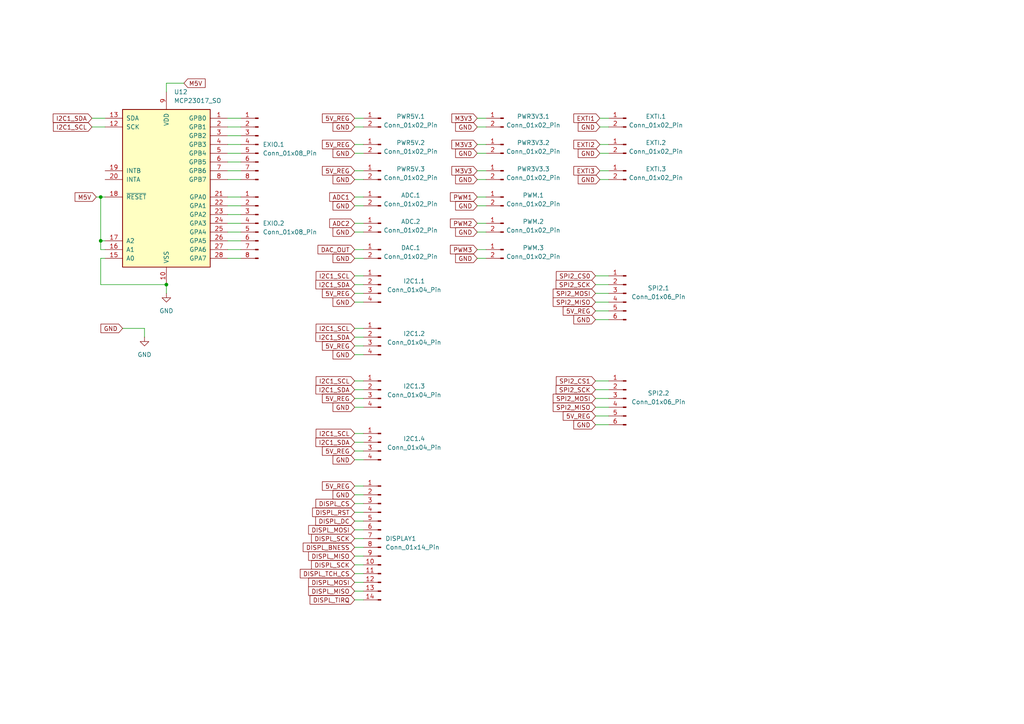
<source format=kicad_sch>
(kicad_sch (version 20231120) (generator "eeschema") (generator_version "8.0")
  (paper "A4")
  (title_block (title "MB02A1 - Connector Module") (date "2025-01-18") (rev "A1"))
  (lib_symbols
    (symbol "Connector:Conn_01x02_Pin" (pin_names (offset 1.016) hide)
      (property "Reference" "J" (at 0 2.54 0))
      (property "Value" "Conn_01x02_Pin" (at 0 -5.08 0))
      (symbol "Conn_01x02_Pin_1_1"
        (polyline (pts (xy 1.27 -2.54) (xy 0.8636 -2.54)) (stroke (width 0.1524)))
        (polyline (pts (xy 1.27 0) (xy 0.8636 0)) (stroke (width 0.1524)))
        (rectangle (start 0.8636 -2.413) (end 0 -2.667) (stroke (width 0.1524)) (fill (type outline)))
        (rectangle (start 0.8636 0.127) (end 0 -0.127) (stroke (width 0.1524)) (fill (type outline)))
        (pin passive line (at 5.08 0 180) (length 3.81) (name "Pin_1") (number "1"))
        (pin passive line (at 5.08 -2.54 180) (length 3.81) (name "Pin_2") (number "2"))
      )
    )
    (symbol "Connector:Conn_01x04_Pin" (pin_names (offset 1.016) hide)
      (property "Reference" "J" (at 0 5.08 0))
      (property "Value" "Conn_01x04_Pin" (at 0 -7.62 0))
      (symbol "Conn_01x04_Pin_1_1"
        (polyline (pts (xy 1.27 -5.08) (xy 0.8636 -5.08)) (stroke (width 0.1524)))
        (polyline (pts (xy 1.27 -2.54) (xy 0.8636 -2.54)) (stroke (width 0.1524)))
        (polyline (pts (xy 1.27 0) (xy 0.8636 0)) (stroke (width 0.1524)))
        (polyline (pts (xy 1.27 2.54) (xy 0.8636 2.54)) (stroke (width 0.1524)))
        (rectangle (start 0.8636 -4.953) (end 0 -5.207) (stroke (width 0.1524)) (fill (type outline)))
        (rectangle (start 0.8636 -2.413) (end 0 -2.667) (stroke (width 0.1524)) (fill (type outline)))
        (rectangle (start 0.8636 0.127) (end 0 -0.127) (stroke (width 0.1524)) (fill (type outline)))
        (rectangle (start 0.8636 2.667) (end 0 2.413) (stroke (width 0.1524)) (fill (type outline)))
        (pin passive line (at 5.08 2.54 180) (length 3.81) (name "Pin_1") (number "1"))
        (pin passive line (at 5.08 0 180) (length 3.81) (name "Pin_2") (number "2"))
        (pin passive line (at 5.08 -2.54 180) (length 3.81) (name "Pin_3") (number "3"))
        (pin passive line (at 5.08 -5.08 180) (length 3.81) (name "Pin_4") (number "4"))
      )
    )
    (symbol "Connector:Conn_01x06_Pin" (pin_names (offset 1.016) hide)
      (property "Reference" "J" (at 0 7.62 0))
      (property "Value" "Conn_01x06_Pin" (at 0 -10.16 0))
      (symbol "Conn_01x06_Pin_1_1"
        (polyline (pts (xy 1.27 -7.62) (xy 0.8636 -7.62)) (stroke (width 0.1524)))
        (polyline (pts (xy 1.27 -5.08) (xy 0.8636 -5.08)) (stroke (width 0.1524)))
        (polyline (pts (xy 1.27 -2.54) (xy 0.8636 -2.54)) (stroke (width 0.1524)))
        (polyline (pts (xy 1.27 0) (xy 0.8636 0)) (stroke (width 0.1524)))
        (polyline (pts (xy 1.27 2.54) (xy 0.8636 2.54)) (stroke (width 0.1524)))
        (polyline (pts (xy 1.27 5.08) (xy 0.8636 5.08)) (stroke (width 0.1524)))
        (rectangle (start 0.8636 -7.493) (end 0 -7.747) (stroke (width 0.1524)) (fill (type outline)))
        (rectangle (start 0.8636 -4.953) (end 0 -5.207) (stroke (width 0.1524)) (fill (type outline)))
        (rectangle (start 0.8636 -2.413) (end 0 -2.667) (stroke (width 0.1524)) (fill (type outline)))
        (rectangle (start 0.8636 0.127) (end 0 -0.127) (stroke (width 0.1524)) (fill (type outline)))
        (rectangle (start 0.8636 2.667) (end 0 2.413) (stroke (width 0.1524)) (fill (type outline)))
        (rectangle (start 0.8636 5.207) (end 0 4.953) (stroke (width 0.1524)) (fill (type outline)))
        (pin passive line (at 5.08 5.08 180) (length 3.81) (name "Pin_1") (number "1"))
        (pin passive line (at 5.08 2.54 180) (length 3.81) (name "Pin_2") (number "2"))
        (pin passive line (at 5.08 0 180) (length 3.81) (name "Pin_3") (number "3"))
        (pin passive line (at 5.08 -2.54 180) (length 3.81) (name "Pin_4") (number "4"))
        (pin passive line (at 5.08 -5.08 180) (length 3.81) (name "Pin_5") (number "5"))
        (pin passive line (at 5.08 -7.62 180) (length 3.81) (name "Pin_6") (number "6"))
      )
    )
    (symbol "Connector:Conn_01x08_Pin" (pin_names (offset 1.016) hide)
      (property "Reference" "J" (at 0 10.16 0))
      (property "Value" "Conn_01x08_Pin" (at 0 -12.7 0))
      (symbol "Conn_01x08_Pin_1_1"
        (polyline (pts (xy 1.27 -10.16) (xy 0.8636 -10.16)) (stroke (width 0.1524)))
        (polyline (pts (xy 1.27 -7.62) (xy 0.8636 -7.62)) (stroke (width 0.1524)))
        (polyline (pts (xy 1.27 -5.08) (xy 0.8636 -5.08)) (stroke (width 0.1524)))
        (polyline (pts (xy 1.27 -2.54) (xy 0.8636 -2.54)) (stroke (width 0.1524)))
        (polyline (pts (xy 1.27 0) (xy 0.8636 0)) (stroke (width 0.1524)))
        (polyline (pts (xy 1.27 2.54) (xy 0.8636 2.54)) (stroke (width 0.1524)))
        (polyline (pts (xy 1.27 5.08) (xy 0.8636 5.08)) (stroke (width 0.1524)))
        (polyline (pts (xy 1.27 7.62) (xy 0.8636 7.62)) (stroke (width 0.1524)))
        (rectangle (start 0.8636 -10.033) (end 0 -10.287) (stroke (width 0.1524)) (fill (type outline)))
        (rectangle (start 0.8636 -7.493) (end 0 -7.747) (stroke (width 0.1524)) (fill (type outline)))
        (rectangle (start 0.8636 -4.953) (end 0 -5.207) (stroke (width 0.1524)) (fill (type outline)))
        (rectangle (start 0.8636 -2.413) (end 0 -2.667) (stroke (width 0.1524)) (fill (type outline)))
        (rectangle (start 0.8636 0.127) (end 0 -0.127) (stroke (width 0.1524)) (fill (type outline)))
        (rectangle (start 0.8636 2.667) (end 0 2.413) (stroke (width 0.1524)) (fill (type outline)))
        (rectangle (start 0.8636 5.207) (end 0 4.953) (stroke (width 0.1524)) (fill (type outline)))
        (rectangle (start 0.8636 7.747) (end 0 7.493) (stroke (width 0.1524)) (fill (type outline)))
        (pin passive line (at 5.08 7.62 180) (length 3.81) (name "Pin_1") (number "1"))
        (pin passive line (at 5.08 5.08 180) (length 3.81) (name "Pin_2") (number "2"))
        (pin passive line (at 5.08 2.54 180) (length 3.81) (name "Pin_3") (number "3"))
        (pin passive line (at 5.08 0 180) (length 3.81) (name "Pin_4") (number "4"))
        (pin passive line (at 5.08 -2.54 180) (length 3.81) (name "Pin_5") (number "5"))
        (pin passive line (at 5.08 -5.08 180) (length 3.81) (name "Pin_6") (number "6"))
        (pin passive line (at 5.08 -7.62 180) (length 3.81) (name "Pin_7") (number "7"))
        (pin passive line (at 5.08 -10.16 180) (length 3.81) (name "Pin_8") (number "8"))
      )
    )
    (symbol "Connector:Conn_01x14_Pin" (pin_names (offset 1.016) hide)
      (property "Reference" "J" (at 0 17.78 0))
      (property "Value" "Conn_01x14_Pin" (at 0 -20.32 0))
      (symbol "Conn_01x14_Pin_1_1"
        (polyline (pts (xy 1.27 -17.78) (xy 0.8636 -17.78)) (stroke (width 0.1524)))
        (polyline (pts (xy 1.27 -15.24) (xy 0.8636 -15.24)) (stroke (width 0.1524)))
        (polyline (pts (xy 1.27 -12.7) (xy 0.8636 -12.7)) (stroke (width 0.1524)))
        (polyline (pts (xy 1.27 -10.16) (xy 0.8636 -10.16)) (stroke (width 0.1524)))
        (polyline (pts (xy 1.27 -7.62) (xy 0.8636 -7.62)) (stroke (width 0.1524)))
        (polyline (pts (xy 1.27 -5.08) (xy 0.8636 -5.08)) (stroke (width 0.1524)))
        (polyline (pts (xy 1.27 -2.54) (xy 0.8636 -2.54)) (stroke (width 0.1524)))
        (polyline (pts (xy 1.27 0) (xy 0.8636 0)) (stroke (width 0.1524)))
        (polyline (pts (xy 1.27 2.54) (xy 0.8636 2.54)) (stroke (width 0.1524)))
        (polyline (pts (xy 1.27 5.08) (xy 0.8636 5.08)) (stroke (width 0.1524)))
        (polyline (pts (xy 1.27 7.62) (xy 0.8636 7.62)) (stroke (width 0.1524)))
        (polyline (pts (xy 1.27 10.16) (xy 0.8636 10.16)) (stroke (width 0.1524)))
        (polyline (pts (xy 1.27 12.7) (xy 0.8636 12.7)) (stroke (width 0.1524)))
        (polyline (pts (xy 1.27 15.24) (xy 0.8636 15.24)) (stroke (width 0.1524)))
        (rectangle (start 0.8636 -17.653) (end 0 -17.907) (stroke (width 0.1524)) (fill (type outline)))
        (rectangle (start 0.8636 -15.113) (end 0 -15.367) (stroke (width 0.1524)) (fill (type outline)))
        (rectangle (start 0.8636 -12.573) (end 0 -12.827) (stroke (width 0.1524)) (fill (type outline)))
        (rectangle (start 0.8636 -10.033) (end 0 -10.287) (stroke (width 0.1524)) (fill (type outline)))
        (rectangle (start 0.8636 -7.493) (end 0 -7.747) (stroke (width 0.1524)) (fill (type outline)))
        (rectangle (start 0.8636 -4.953) (end 0 -5.207) (stroke (width 0.1524)) (fill (type outline)))
        (rectangle (start 0.8636 -2.413) (end 0 -2.667) (stroke (width 0.1524)) (fill (type outline)))
        (rectangle (start 0.8636 0.127) (end 0 -0.127) (stroke (width 0.1524)) (fill (type outline)))
        (rectangle (start 0.8636 2.667) (end 0 2.413) (stroke (width 0.1524)) (fill (type outline)))
        (rectangle (start 0.8636 5.207) (end 0 4.953) (stroke (width 0.1524)) (fill (type outline)))
        (rectangle (start 0.8636 7.747) (end 0 7.493) (stroke (width 0.1524)) (fill (type outline)))
        (rectangle (start 0.8636 10.287) (end 0 10.033) (stroke (width 0.1524)) (fill (type outline)))
        (rectangle (start 0.8636 12.827) (end 0 12.573) (stroke (width 0.1524)) (fill (type outline)))
        (rectangle (start 0.8636 15.367) (end 0 15.113) (stroke (width 0.1524)) (fill (type outline)))
        (pin passive line (at 5.08 15.24 180) (length 3.81) (name "Pin_1") (number "1"))
        (pin passive line (at 5.08 -7.62 180) (length 3.81) (name "Pin_10") (number "10"))
        (pin passive line (at 5.08 -10.16 180) (length 3.81) (name "Pin_11") (number "11"))
        (pin passive line (at 5.08 -12.7 180) (length 3.81) (name "Pin_12") (number "12"))
        (pin passive line (at 5.08 -15.24 180) (length 3.81) (name "Pin_13") (number "13"))
        (pin passive line (at 5.08 -17.78 180) (length 3.81) (name "Pin_14") (number "14"))
        (pin passive line (at 5.08 12.7 180) (length 3.81) (name "Pin_2") (number "2"))
        (pin passive line (at 5.08 10.16 180) (length 3.81) (name "Pin_3") (number "3"))
        (pin passive line (at 5.08 7.62 180) (length 3.81) (name "Pin_4") (number "4"))
        (pin passive line (at 5.08 5.08 180) (length 3.81) (name "Pin_5") (number "5"))
        (pin passive line (at 5.08 2.54 180) (length 3.81) (name "Pin_6") (number "6"))
        (pin passive line (at 5.08 0 180) (length 3.81) (name "Pin_7") (number "7"))
        (pin passive line (at 5.08 -2.54 180) (length 3.81) (name "Pin_8") (number "8"))
        (pin passive line (at 5.08 -5.08 180) (length 3.81) (name "Pin_9") (number "9"))
      )
    )
    (symbol "Interface_Expansion:MCP23017_SO" (pin_names (offset 1.016))
      (property "Reference" "U" (at -11.43 24.13 0))
      (property "Value" "MCP23017_SO" (at 0 0 0))
      (symbol "MCP23017_SO_0_1"
        (rectangle (start -12.7 22.86) (end 12.7 -22.86) (stroke (width 0.254)) (fill (type background)))
      )
      (symbol "MCP23017_SO_1_1"
        (pin bidirectional line (at 17.78 20.32 180) (length 5.08) (name "GPB0") (number "1"))
        (pin power_in line (at 0 -27.94 90) (length 5.08) (name "VSS") (number "10"))
        (pin no_connect line (at -12.7 15.24 0) (length 5.08) hide (name "NC") (number "11"))
        (pin input line (at -17.78 17.78 0) (length 5.08) (name "SCK") (number "12"))
        (pin bidirectional line (at -17.78 20.32 0) (length 5.08) (name "SDA") (number "13"))
        (pin no_connect line (at -12.7 12.7 0) (length 5.08) hide (name "NC") (number "14"))
        (pin input line (at -17.78 -20.32 0) (length 5.08) (name "A0") (number "15"))
        (pin input line (at -17.78 -17.78 0) (length 5.08) (name "A1") (number "16"))
        (pin input line (at -17.78 -15.24 0) (length 5.08) (name "A2") (number "17"))
        (pin input line (at -17.78 -2.54 0) (length 5.08) (name "~{RESET}") (number "18"))
        (pin tri_state line (at -17.78 5.08 0) (length 5.08) (name "INTB") (number "19"))
        (pin bidirectional line (at 17.78 17.78 180) (length 5.08) (name "GPB1") (number "2"))
        (pin tri_state line (at -17.78 2.54 0) (length 5.08) (name "INTA") (number "20"))
        (pin bidirectional line (at 17.78 -2.54 180) (length 5.08) (name "GPA0") (number "21"))
        (pin bidirectional line (at 17.78 -5.08 180) (length 5.08) (name "GPA1") (number "22"))
        (pin bidirectional line (at 17.78 -7.62 180) (length 5.08) (name "GPA2") (number "23"))
        (pin bidirectional line (at 17.78 -10.16 180) (length 5.08) (name "GPA3") (number "24"))
        (pin bidirectional line (at 17.78 -12.7 180) (length 5.08) (name "GPA4") (number "25"))
        (pin bidirectional line (at 17.78 -15.24 180) (length 5.08) (name "GPA5") (number "26"))
        (pin bidirectional line (at 17.78 -17.78 180) (length 5.08) (name "GPA6") (number "27"))
        (pin output line (at 17.78 -20.32 180) (length 5.08) (name "GPA7") (number "28"))
        (pin bidirectional line (at 17.78 15.24 180) (length 5.08) (name "GPB2") (number "3"))
        (pin bidirectional line (at 17.78 12.7 180) (length 5.08) (name "GPB3") (number "4"))
        (pin bidirectional line (at 17.78 10.16 180) (length 5.08) (name "GPB4") (number "5"))
        (pin bidirectional line (at 17.78 7.62 180) (length 5.08) (name "GPB5") (number "6"))
        (pin bidirectional line (at 17.78 5.08 180) (length 5.08) (name "GPB6") (number "7"))
        (pin output line (at 17.78 2.54 180) (length 5.08) (name "GPB7") (number "8"))
        (pin power_in line (at 0 27.94 270) (length 5.08) (name "VDD") (number "9"))
      )
    )
    (symbol "power:GND" (power) (pin_numbers hide) (pin_names (offset 0) hide)
      (property "Value" "GND" (at 0 -3.81 0))
      (symbol "GND_0_1"
        (polyline (pts (xy 0 0) (xy 0 -1.27) (xy 1.27 -1.27) (xy 0 -2.54) (xy -1.27 -1.27) (xy 0 -1.27)))
      )
      (symbol "GND_1_1"
        (pin power_in line (at 0 0 270) (length 0) (name "~") (number "1"))
      )
    )
  )
  (junction (at 29.21 69.85))
  (junction (at 29.21 57.15))
  (junction (at 48.26 82.55))
  (wire (pts (xy 102.87 74.93) (xy 105.41 74.93)))
  (wire (pts (xy 29.21 57.15) (xy 30.48 57.15)))
  (wire (pts (xy 66.04 69.85) (xy 69.85 69.85)))
  (wire (pts (xy 66.04 41.91) (xy 69.85 41.91)))
  (wire (pts (xy 66.04 39.37) (xy 69.85 39.37)))
  (wire (pts (xy 172.72 113.03) (xy 176.53 113.03)))
  (wire (pts (xy 66.04 52.07) (xy 69.85 52.07)))
  (wire (pts (xy 66.04 44.45) (xy 69.85 44.45)))
  (wire (pts (xy 102.87 156.21) (xy 105.41 156.21)))
  (wire (pts (xy 102.87 146.05) (xy 105.41 146.05)))
  (wire (pts (xy 138.43 44.45) (xy 140.97 44.45)))
  (wire (pts (xy 138.43 72.39) (xy 140.97 72.39)))
  (wire (pts (xy 26.67 34.29) (xy 30.48 34.29)))
  (wire (pts (xy 30.48 69.85) (xy 29.21 69.85)))
  (wire (pts (xy 66.04 72.39) (xy 69.85 72.39)))
  (wire (pts (xy 172.72 80.01) (xy 176.53 80.01)))
  (wire (pts (xy 102.87 148.59) (xy 105.41 148.59)))
  (wire (pts (xy 66.04 46.99) (xy 69.85 46.99)))
  (wire (pts (xy 173.99 44.45) (xy 176.53 44.45)))
  (wire (pts (xy 102.87 168.91) (xy 105.41 168.91)))
  (wire (pts (xy 66.04 62.23) (xy 69.85 62.23)))
  (wire (pts (xy 102.87 161.29) (xy 105.41 161.29)))
  (wire (pts (xy 102.87 130.81) (xy 105.41 130.81)))
  (wire (pts (xy 173.99 41.91) (xy 176.53 41.91)))
  (wire (pts (xy 66.04 59.69) (xy 69.85 59.69)))
  (wire (pts (xy 138.43 41.91) (xy 140.97 41.91)))
  (wire (pts (xy 41.91 95.25) (xy 35.56 95.25)))
  (wire (pts (xy 30.48 72.39) (xy 29.21 72.39)))
  (wire (pts (xy 102.87 80.01) (xy 105.41 80.01)))
  (wire (pts (xy 66.04 57.15) (xy 69.85 57.15)))
  (wire (pts (xy 102.87 44.45) (xy 105.41 44.45)))
  (wire (pts (xy 66.04 64.77) (xy 69.85 64.77)))
  (wire (pts (xy 102.87 49.53) (xy 105.41 49.53)))
  (wire (pts (xy 102.87 100.33) (xy 105.41 100.33)))
  (wire (pts (xy 102.87 166.37) (xy 105.41 166.37)))
  (wire (pts (xy 102.87 158.75) (xy 105.41 158.75)))
  (wire (pts (xy 102.87 115.57) (xy 105.41 115.57)))
  (wire (pts (xy 173.99 52.07) (xy 176.53 52.07)))
  (wire (pts (xy 102.87 143.51) (xy 105.41 143.51)))
  (wire (pts (xy 102.87 64.77) (xy 105.41 64.77)))
  (wire (pts (xy 138.43 49.53) (xy 140.97 49.53)))
  (wire (pts (xy 172.72 123.19) (xy 176.53 123.19)))
  (wire (pts (xy 102.87 113.03) (xy 105.41 113.03)))
  (wire (pts (xy 48.26 24.13) (xy 48.26 26.67)))
  (wire (pts (xy 173.99 36.83) (xy 176.53 36.83)))
  (wire (pts (xy 102.87 110.49) (xy 105.41 110.49)))
  (wire (pts (xy 172.72 90.17) (xy 176.53 90.17)))
  (wire (pts (xy 102.87 87.63) (xy 105.41 87.63)))
  (wire (pts (xy 138.43 59.69) (xy 140.97 59.69)))
  (wire (pts (xy 173.99 34.29) (xy 176.53 34.29)))
  (wire (pts (xy 173.99 49.53) (xy 176.53 49.53)))
  (wire (pts (xy 41.91 97.79) (xy 41.91 95.25)))
  (wire (pts (xy 172.72 120.65) (xy 176.53 120.65)))
  (wire (pts (xy 138.43 74.93) (xy 140.97 74.93)))
  (wire (pts (xy 29.21 72.39) (xy 29.21 69.85)))
  (wire (pts (xy 102.87 67.31) (xy 105.41 67.31)))
  (wire (pts (xy 172.72 115.57) (xy 176.53 115.57)))
  (wire (pts (xy 102.87 171.45) (xy 105.41 171.45)))
  (wire (pts (xy 66.04 74.93) (xy 69.85 74.93)))
  (wire (pts (xy 102.87 97.79) (xy 105.41 97.79)))
  (wire (pts (xy 172.72 87.63) (xy 176.53 87.63)))
  (wire (pts (xy 66.04 34.29) (xy 69.85 34.29)))
  (wire (pts (xy 172.72 82.55) (xy 176.53 82.55)))
  (wire (pts (xy 102.87 125.73) (xy 105.41 125.73)))
  (wire (pts (xy 172.72 85.09) (xy 176.53 85.09)))
  (wire (pts (xy 172.72 110.49) (xy 176.53 110.49)))
  (wire (pts (xy 138.43 64.77) (xy 140.97 64.77)))
  (wire (pts (xy 138.43 67.31) (xy 140.97 67.31)))
  (wire (pts (xy 138.43 57.15) (xy 140.97 57.15)))
  (wire (pts (xy 138.43 36.83) (xy 140.97 36.83)))
  (wire (pts (xy 66.04 36.83) (xy 69.85 36.83)))
  (wire (pts (xy 102.87 128.27) (xy 105.41 128.27)))
  (wire (pts (xy 27.94 57.15) (xy 29.21 57.15)))
  (wire (pts (xy 29.21 74.93) (xy 29.21 82.55)))
  (wire (pts (xy 102.87 52.07) (xy 105.41 52.07)))
  (wire (pts (xy 102.87 133.35) (xy 105.41 133.35)))
  (wire (pts (xy 102.87 102.87) (xy 105.41 102.87)))
  (wire (pts (xy 102.87 140.97) (xy 105.41 140.97)))
  (wire (pts (xy 26.67 36.83) (xy 30.48 36.83)))
  (wire (pts (xy 102.87 72.39) (xy 105.41 72.39)))
  (wire (pts (xy 102.87 95.25) (xy 105.41 95.25)))
  (wire (pts (xy 172.72 92.71) (xy 176.53 92.71)))
  (wire (pts (xy 102.87 153.67) (xy 105.41 153.67)))
  (wire (pts (xy 30.48 74.93) (xy 29.21 74.93)))
  (wire (pts (xy 102.87 36.83) (xy 105.41 36.83)))
  (wire (pts (xy 102.87 151.13) (xy 105.41 151.13)))
  (wire (pts (xy 29.21 82.55) (xy 48.26 82.55)))
  (wire (pts (xy 102.87 59.69) (xy 105.41 59.69)))
  (wire (pts (xy 102.87 57.15) (xy 105.41 57.15)))
  (wire (pts (xy 172.72 118.11) (xy 176.53 118.11)))
  (wire (pts (xy 102.87 118.11) (xy 105.41 118.11)))
  (wire (pts (xy 102.87 85.09) (xy 105.41 85.09)))
  (wire (pts (xy 66.04 49.53) (xy 69.85 49.53)))
  (wire (pts (xy 138.43 34.29) (xy 140.97 34.29)))
  (wire (pts (xy 66.04 67.31) (xy 69.85 67.31)))
  (wire (pts (xy 138.43 52.07) (xy 140.97 52.07)))
  (wire (pts (xy 29.21 57.15) (xy 29.21 69.85)))
  (wire (pts (xy 102.87 173.99) (xy 105.41 173.99)))
  (wire (pts (xy 48.26 82.55) (xy 48.26 85.09)))
  (wire (pts (xy 102.87 82.55) (xy 105.41 82.55)))
  (wire (pts (xy 102.87 163.83) (xy 105.41 163.83)))
  (wire (pts (xy 102.87 34.29) (xy 105.41 34.29)))
  (wire (pts (xy 53.34 24.13) (xy 48.26 24.13)))
  (wire (pts (xy 102.87 41.91) (xy 105.41 41.91)))
  (global_label "GND" (shape input) (at 173.99 52.07 180) (property "Intersheetrefs" "${INTERSHEET_REFS}" (effects (hide yes))))
  (global_label "DISPL_RST" (shape input) (at 102.87 148.59 180) (property "Intersheetrefs" "${INTERSHEET_REFS}" (effects (hide yes))))
  (global_label "DISPL_SCK" (shape input) (at 102.87 163.83 180) (property "Intersheetrefs" "${INTERSHEET_REFS}" (effects (hide yes))))
  (global_label "DISPL_TCH_CS" (shape input) (at 102.87 166.37 180) (property "Intersheetrefs" "${INTERSHEET_REFS}" (effects (hide yes))))
  (global_label "GND" (shape input) (at 138.43 52.07 180) (property "Intersheetrefs" "${INTERSHEET_REFS}" (effects (hide yes))))
  (global_label "5V_REG" (shape input) (at 102.87 34.29 180) (property "Intersheetrefs" "${INTERSHEET_REFS}" (effects (hide yes))))
  (global_label "GND" (shape input) (at 102.87 133.35 180) (property "Intersheetrefs" "${INTERSHEET_REFS}" (effects (hide yes))))
  (global_label "5V_REG" (shape input) (at 102.87 140.97 180) (property "Intersheetrefs" "${INTERSHEET_REFS}" (effects (hide yes))))
  (global_label "5V_REG" (shape input) (at 102.87 49.53 180) (property "Intersheetrefs" "${INTERSHEET_REFS}" (effects (hide yes))))
  (global_label "5V_REG" (shape input) (at 102.87 130.81 180) (property "Intersheetrefs" "${INTERSHEET_REFS}" (effects (hide yes))))
  (global_label "PWM1" (shape input) (at 138.43 57.15 180) (property "Intersheetrefs" "${INTERSHEET_REFS}" (effects (hide yes))))
  (global_label "I2C1_SCL" (shape input) (at 102.87 110.49 180) (property "Intersheetrefs" "${INTERSHEET_REFS}" (effects (hide yes))))
  (global_label "M3V3" (shape input) (at 138.43 49.53 180) (property "Intersheetrefs" "${INTERSHEET_REFS}" (effects (hide yes))))
  (global_label "SPI2_CS1" (shape input) (at 172.72 110.49 180) (property "Intersheetrefs" "${INTERSHEET_REFS}" (effects (hide yes))))
  (global_label "GND" (shape input) (at 102.87 102.87 180) (property "Intersheetrefs" "${INTERSHEET_REFS}" (effects (hide yes))))
  (global_label "GND" (shape input) (at 138.43 36.83 180) (property "Intersheetrefs" "${INTERSHEET_REFS}" (effects (hide yes))))
  (global_label "DISPL_DC" (shape input) (at 102.87 151.13 180) (property "Intersheetrefs" "${INTERSHEET_REFS}" (effects (hide yes))))
  (global_label "EXTI2" (shape input) (at 173.99 41.91 180) (property "Intersheetrefs" "${INTERSHEET_REFS}" (effects (hide yes))))
  (global_label "5V_REG" (shape input) (at 172.72 90.17 180) (property "Intersheetrefs" "${INTERSHEET_REFS}" (effects (hide yes))))
  (global_label "PWM3" (shape input) (at 138.43 72.39 180) (property "Intersheetrefs" "${INTERSHEET_REFS}" (effects (hide yes))))
  (global_label "I2C1_SCL" (shape input) (at 102.87 125.73 180) (property "Intersheetrefs" "${INTERSHEET_REFS}" (effects (hide yes))))
  (global_label "DISPL_CS" (shape input) (at 102.87 146.05 180) (property "Intersheetrefs" "${INTERSHEET_REFS}" (effects (hide yes))))
  (global_label "ADC2" (shape input) (at 102.87 64.77 180) (property "Intersheetrefs" "${INTERSHEET_REFS}" (effects (hide yes))))
  (global_label "GND" (shape input) (at 35.56 95.25 180) (property "Intersheetrefs" "${INTERSHEET_REFS}" (effects (hide yes))))
  (global_label "M5V" (shape input) (at 53.34 24.13 0) (property "Intersheetrefs" "${INTERSHEET_REFS}" (effects (hide yes))))
  (global_label "GND" (shape input) (at 172.72 92.71 180) (property "Intersheetrefs" "${INTERSHEET_REFS}" (effects (hide yes))))
  (global_label "DISPL_MOSI" (shape input) (at 102.87 153.67 180) (property "Intersheetrefs" "${INTERSHEET_REFS}" (effects (hide yes))))
  (global_label "M3V3" (shape input) (at 138.43 34.29 180) (property "Intersheetrefs" "${INTERSHEET_REFS}" (effects (hide yes))))
  (global_label "GND" (shape input) (at 102.87 44.45 180) (property "Intersheetrefs" "${INTERSHEET_REFS}" (effects (hide yes))))
  (global_label "DISPL_SCK" (shape input) (at 102.87 156.21 180) (property "Intersheetrefs" "${INTERSHEET_REFS}" (effects (hide yes))))
  (global_label "SPI2_MISO" (shape input) (at 172.72 118.11 180) (property "Intersheetrefs" "${INTERSHEET_REFS}" (effects (hide yes))))
  (global_label "SPI2_CS0" (shape input) (at 172.72 80.01 180) (property "Intersheetrefs" "${INTERSHEET_REFS}" (effects (hide yes))))
  (global_label "DISPL_BNESS" (shape input) (at 102.87 158.75 180) (property "Intersheetrefs" "${INTERSHEET_REFS}" (effects (hide yes))))
  (global_label "SPI2_MOSI" (shape input) (at 172.72 85.09 180) (property "Intersheetrefs" "${INTERSHEET_REFS}" (effects (hide yes))))
  (global_label "I2C1_SDA" (shape input) (at 102.87 113.03 180) (property "Intersheetrefs" "${INTERSHEET_REFS}" (effects (hide yes))))
  (global_label "5V_REG" (shape input) (at 102.87 115.57 180) (property "Intersheetrefs" "${INTERSHEET_REFS}" (effects (hide yes))))
  (global_label "GND" (shape input) (at 138.43 74.93 180) (property "Intersheetrefs" "${INTERSHEET_REFS}" (effects (hide yes))))
  (global_label "GND" (shape input) (at 173.99 44.45 180) (property "Intersheetrefs" "${INTERSHEET_REFS}" (effects (hide yes))))
  (global_label "SPI2_MOSI" (shape input) (at 172.72 115.57 180) (property "Intersheetrefs" "${INTERSHEET_REFS}" (effects (hide yes))))
  (global_label "5V_REG" (shape input) (at 102.87 41.91 180) (property "Intersheetrefs" "${INTERSHEET_REFS}" (effects (hide yes))))
  (global_label "5V_REG" (shape input) (at 172.72 120.65 180) (property "Intersheetrefs" "${INTERSHEET_REFS}" (effects (hide yes))))
  (global_label "DISPL_MISO" (shape input) (at 102.87 171.45 180) (property "Intersheetrefs" "${INTERSHEET_REFS}" (effects (hide yes))))
  (global_label "EXTI3" (shape input) (at 173.99 49.53 180) (property "Intersheetrefs" "${INTERSHEET_REFS}" (effects (hide yes))))
  (global_label "M3V3" (shape input) (at 138.43 41.91 180) (property "Intersheetrefs" "${INTERSHEET_REFS}" (effects (hide yes))))
  (global_label "GND" (shape input) (at 138.43 67.31 180) (property "Intersheetrefs" "${INTERSHEET_REFS}" (effects (hide yes))))
  (global_label "I2C1_SDA" (shape input) (at 26.67 34.29 180) (property "Intersheetrefs" "${INTERSHEET_REFS}" (effects (hide yes))))
  (global_label "GND" (shape input) (at 102.87 59.69 180) (property "Intersheetrefs" "${INTERSHEET_REFS}" (effects (hide yes))))
  (global_label "DISPL_MOSI" (shape input) (at 102.87 168.91 180) (property "Intersheetrefs" "${INTERSHEET_REFS}" (effects (hide yes))))
  (global_label "GND" (shape input) (at 102.87 118.11 180) (property "Intersheetrefs" "${INTERSHEET_REFS}" (effects (hide yes))))
  (global_label "GND" (shape input) (at 102.87 87.63 180) (property "Intersheetrefs" "${INTERSHEET_REFS}" (effects (hide yes))))
  (global_label "GND" (shape input) (at 102.87 74.93 180) (property "Intersheetrefs" "${INTERSHEET_REFS}" (effects (hide yes))))
  (global_label "DISPL_MISO" (shape input) (at 102.87 161.29 180) (property "Intersheetrefs" "${INTERSHEET_REFS}" (effects (hide yes))))
  (global_label "GND" (shape input) (at 138.43 59.69 180) (property "Intersheetrefs" "${INTERSHEET_REFS}" (effects (hide yes))))
  (global_label "I2C1_SDA" (shape input) (at 102.87 82.55 180) (property "Intersheetrefs" "${INTERSHEET_REFS}" (effects (hide yes))))
  (global_label "GND" (shape input) (at 102.87 36.83 180) (property "Intersheetrefs" "${INTERSHEET_REFS}" (effects (hide yes))))
  (global_label "I2C1_SCL" (shape input) (at 102.87 80.01 180) (property "Intersheetrefs" "${INTERSHEET_REFS}" (effects (hide yes))))
  (global_label "GND" (shape input) (at 173.99 36.83 180) (property "Intersheetrefs" "${INTERSHEET_REFS}" (effects (hide yes))))
  (global_label "GND" (shape input) (at 102.87 52.07 180) (property "Intersheetrefs" "${INTERSHEET_REFS}" (effects (hide yes))))
  (global_label "I2C1_SDA" (shape input) (at 102.87 97.79 180) (property "Intersheetrefs" "${INTERSHEET_REFS}" (effects (hide yes))))
  (global_label "M5V" (shape input) (at 27.94 57.15 180) (property "Intersheetrefs" "${INTERSHEET_REFS}" (effects (hide yes))))
  (global_label "DAC_OUT" (shape input) (at 102.87 72.39 180) (property "Intersheetrefs" "${INTERSHEET_REFS}" (effects (hide yes))))
  (global_label "I2C1_SCL" (shape input) (at 26.67 36.83 180) (property "Intersheetrefs" "${INTERSHEET_REFS}" (effects (hide yes))))
  (global_label "I2C1_SCL" (shape input) (at 102.87 95.25 180) (property "Intersheetrefs" "${INTERSHEET_REFS}" (effects (hide yes))))
  (global_label "GND" (shape input) (at 172.72 123.19 180) (property "Intersheetrefs" "${INTERSHEET_REFS}" (effects (hide yes))))
  (global_label "5V_REG" (shape input) (at 102.87 85.09 180) (property "Intersheetrefs" "${INTERSHEET_REFS}" (effects (hide yes))))
  (global_label "DISPL_TIRQ" (shape input) (at 102.87 173.99 180) (property "Intersheetrefs" "${INTERSHEET_REFS}" (effects (hide yes))))
  (global_label "GND" (shape input) (at 102.87 143.51 180) (property "Intersheetrefs" "${INTERSHEET_REFS}" (effects (hide yes))))
  (global_label "SPI2_SCK" (shape input) (at 172.72 82.55 180) (property "Intersheetrefs" "${INTERSHEET_REFS}" (effects (hide yes))))
  (global_label "ADC1" (shape input) (at 102.87 57.15 180) (property "Intersheetrefs" "${INTERSHEET_REFS}" (effects (hide yes))))
  (global_label "PWM2" (shape input) (at 138.43 64.77 180) (property "Intersheetrefs" "${INTERSHEET_REFS}" (effects (hide yes))))
  (global_label "5V_REG" (shape input) (at 102.87 100.33 180) (property "Intersheetrefs" "${INTERSHEET_REFS}" (effects (hide yes))))
  (global_label "I2C1_SDA" (shape input) (at 102.87 128.27 180) (property "Intersheetrefs" "${INTERSHEET_REFS}" (effects (hide yes))))
  (global_label "SPI2_SCK" (shape input) (at 172.72 113.03 180) (property "Intersheetrefs" "${INTERSHEET_REFS}" (effects (hide yes))))
  (global_label "SPI2_MISO" (shape input) (at 172.72 87.63 180) (property "Intersheetrefs" "${INTERSHEET_REFS}" (effects (hide yes))))
  (global_label "GND" (shape input) (at 102.87 67.31 180) (property "Intersheetrefs" "${INTERSHEET_REFS}" (effects (hide yes))))
  (global_label "GND" (shape input) (at 138.43 44.45 180) (property "Intersheetrefs" "${INTERSHEET_REFS}" (effects (hide yes))))
  (global_label "EXTI1" (shape input) (at 173.99 34.29 180) (property "Intersheetrefs" "${INTERSHEET_REFS}" (effects (hide yes))))
  (symbol (lib_id "Connector:Conn_01x02_Pin") (at 110.49 57.15 0) (mirror y) (unit 1)
    (property "Reference" "ADC.1" (at 119.126 56.642 0))
    (property "Value" "Conn_01x02_Pin" (at 119.126 59.182 0))
    (property "Footprint" "Connector_PinHeader_2.54mm:PinHeader_1x02_P2.54mm_Vertical" (effects (hide yes)))
    (property "Description" "Generic connector, single row, 01x02, script generated" (effects (hide yes)))
  )
  (symbol (lib_id "Connector:Conn_01x02_Pin") (at 181.61 49.53 0) (mirror y) (unit 1)
    (property "Reference" "EXTI.3" (at 190.246 49.022 0))
    (property "Value" "Conn_01x02_Pin" (at 190.246 51.562 0))
    (property "Footprint" "Connector_PinHeader_2.54mm:PinHeader_1x02_P2.54mm_Vertical" (effects (hide yes)))
    (property "Description" "Generic connector, single row, 01x02, script generated" (effects (hide yes)))
  )
  (symbol (lib_id "Connector:Conn_01x02_Pin") (at 146.05 41.91 0) (mirror y) (unit 1)
    (property "Reference" "PWR3V3.2" (at 154.686 41.402 0))
    (property "Value" "Conn_01x02_Pin" (at 154.686 43.942 0))
    (property "Footprint" "Connector_PinHeader_2.54mm:PinHeader_1x02_P2.54mm_Vertical" (effects (hide yes)))
    (property "Description" "Generic connector, single row, 01x02, script generated" (effects (hide yes)))
  )
  (symbol (lib_id "Connector:Conn_01x06_Pin") (at 181.61 85.09 0) (mirror y) (unit 1)
    (property "Reference" "SPI2.1" (at 191.008 83.566 0))
    (property "Value" "Conn_01x06_Pin" (at 191.008 86.106 0))
    (property "Footprint" "Connector_PinHeader_2.54mm:PinHeader_1x06_P2.54mm_Vertical" (effects (hide yes)))
    (property "Description" "Generic connector, single row, 01x06, script generated" (effects (hide yes)))
  )
  (symbol (lib_id "Connector:Conn_01x04_Pin") (at 110.49 113.03 0) (mirror y) (unit 1)
    (property "Reference" "I2C1.3" (at 120.142 112.014 0))
    (property "Value" "Conn_01x04_Pin" (at 120.142 114.554 0))
    (property "Footprint" "Connector_PinHeader_2.54mm:PinHeader_1x04_P2.54mm_Vertical" (effects (hide yes)))
    (property "Description" "Generic connector, single row, 01x04, script generated" (effects (hide yes)))
  )
  (symbol (lib_id "Connector:Conn_01x02_Pin") (at 146.05 34.29 0) (mirror y) (unit 1)
    (property "Reference" "PWR3V3.1" (at 154.686 33.782 0))
    (property "Value" "Conn_01x02_Pin" (at 154.686 36.322 0))
    (property "Footprint" "Connector_PinHeader_2.54mm:PinHeader_1x02_P2.54mm_Vertical" (effects (hide yes)))
    (property "Description" "Generic connector, single row, 01x02, script generated" (effects (hide yes)))
  )
  (symbol (lib_id "Connector:Conn_01x14_Pin") (at 110.49 156.21 0) (mirror y) (unit 1)
    (property "Reference" "DISPLAY1" (at 111.76 156.2099 0) (effects (justify right)))
    (property "Value" "Conn_01x14_Pin" (at 111.76 158.7499 0) (effects (justify right)))
    (property "Footprint" "Connector_PinHeader_2.54mm:PinHeader_1x14_P2.54mm_Vertical" (effects (hide yes)))
    (property "Description" "Generic connector, single row, 01x14, script generated" (effects (hide yes)))
  )
  (symbol (lib_id "Connector:Conn_01x06_Pin") (at 181.61 115.57 0) (mirror y) (unit 1)
    (property "Reference" "SPI2.2" (at 191.008 114.046 0))
    (property "Value" "Conn_01x06_Pin" (at 191.008 116.586 0))
    (property "Footprint" "Connector_PinHeader_2.54mm:PinHeader_1x06_P2.54mm_Vertical" (effects (hide yes)))
    (property "Description" "Generic connector, single row, 01x06, script generated" (effects (hide yes)))
  )
  (symbol (lib_id "Connector:Conn_01x08_Pin") (at 74.93 64.77 0) (mirror y) (unit 1)
    (property "Reference" "EXIO.2" (at 76.2 64.7699 0) (effects (justify right)))
    (property "Value" "Conn_01x08_Pin" (at 76.2 67.3099 0) (effects (justify right)))
    (property "Footprint" "Connector_PinHeader_2.54mm:PinHeader_1x08_P2.54mm_Vertical" (effects (hide yes)))
    (property "Description" "Generic connector, single row, 01x08, script generated" (effects (hide yes)))
  )
  (symbol (lib_id "Connector:Conn_01x02_Pin") (at 146.05 64.77 0) (mirror y) (unit 1)
    (property "Reference" "PWM.2" (at 154.686 64.262 0))
    (property "Value" "Conn_01x02_Pin" (at 154.686 66.802 0))
    (property "Footprint" "Connector_PinHeader_2.54mm:PinHeader_1x02_P2.54mm_Vertical" (effects (hide yes)))
    (property "Description" "Generic connector, single row, 01x02, script generated" (effects (hide yes)))
  )
  (symbol (lib_id "Interface_Expansion:MCP23017_SO") (at 48.26 54.61 0) (unit 1)
    (property "Reference" "U12" (at 50.4541 26.67 0) (effects (justify left)))
    (property "Value" "MCP23017_SO" (at 50.4541 29.21 0) (effects (justify left)))
    (property "Footprint" "Package_SO:SOIC-28W_7.5x17.9mm_P1.27mm" (effects (hide yes)))
    (property "Datasheet" "https://ww1.microchip.com/downloads/aemDocuments/documents/APID/ProductDocuments/DataSheets/MCP23017-Data-Sheet-DS20001952.pdf" (effects (hide yes)))
    (property "Description" "16-bit I/O expander, I2C, interrupts, w pull-ups, GPA/B7 output only (https://microchip.my.site.com/s/article/GPA7---GPB7-Cannot-Be-Used-as-Inputs-In-MCP23017),  SOIC-28" (effects (hide yes)))
  )
  (symbol (lib_id "Connector:Conn_01x02_Pin") (at 146.05 49.53 0) (mirror y) (unit 1)
    (property "Reference" "PWR3V3.3" (at 154.686 49.022 0))
    (property "Value" "Conn_01x02_Pin" (at 154.686 51.562 0))
    (property "Footprint" "Connector_PinHeader_2.54mm:PinHeader_1x02_P2.54mm_Vertical" (effects (hide yes)))
    (property "Description" "Generic connector, single row, 01x02, script generated" (effects (hide yes)))
  )
  (symbol (lib_id "Connector:Conn_01x02_Pin") (at 181.61 34.29 0) (mirror y) (unit 1)
    (property "Reference" "EXTI.1" (at 190.246 33.782 0))
    (property "Value" "Conn_01x02_Pin" (at 190.246 36.322 0))
    (property "Footprint" "Connector_PinHeader_2.54mm:PinHeader_1x02_P2.54mm_Vertical" (effects (hide yes)))
    (property "Description" "Generic connector, single row, 01x02, script generated" (effects (hide yes)))
  )
  (symbol (lib_id "power:GND") (at 41.91 97.79 0) (unit 1)
    (property "Reference" "#PWR035" (effects (hide yes)))
    (property "Value" "GND" (at 41.91 102.87 0))
    (property "Description" "Power symbol creates a global label with name \"GND\" , ground" (effects (hide yes)))
  )
  (symbol (lib_id "Connector:Conn_01x02_Pin") (at 146.05 72.39 0) (mirror y) (unit 1)
    (property "Reference" "PWM.3" (at 154.686 71.882 0))
    (property "Value" "Conn_01x02_Pin" (at 154.686 74.422 0))
    (property "Footprint" "Connector_PinHeader_2.54mm:PinHeader_1x02_P2.54mm_Vertical" (effects (hide yes)))
    (property "Description" "Generic connector, single row, 01x02, script generated" (effects (hide yes)))
  )
  (symbol (lib_id "Connector:Conn_01x02_Pin") (at 110.49 64.77 0) (mirror y) (unit 1)
    (property "Reference" "ADC.2" (at 119.126 64.262 0))
    (property "Value" "Conn_01x02_Pin" (at 119.126 66.802 0))
    (property "Footprint" "Connector_PinHeader_2.54mm:PinHeader_1x02_P2.54mm_Vertical" (effects (hide yes)))
    (property "Description" "Generic connector, single row, 01x02, script generated" (effects (hide yes)))
  )
  (symbol (lib_id "Connector:Conn_01x04_Pin") (at 110.49 82.55 0) (mirror y) (unit 1)
    (property "Reference" "I2C1.1" (at 120.142 81.534 0))
    (property "Value" "Conn_01x04_Pin" (at 120.142 84.074 0))
    (property "Footprint" "Connector_PinHeader_2.54mm:PinHeader_1x04_P2.54mm_Vertical" (effects (hide yes)))
    (property "Description" "Generic connector, single row, 01x04, script generated" (effects (hide yes)))
  )
  (symbol (lib_id "Connector:Conn_01x02_Pin") (at 110.49 34.29 0) (mirror y) (unit 1)
    (property "Reference" "PWR5V.1" (at 119.126 33.782 0))
    (property "Value" "Conn_01x02_Pin" (at 119.126 36.322 0))
    (property "Footprint" "Connector_PinHeader_2.54mm:PinHeader_1x02_P2.54mm_Vertical" (effects (hide yes)))
    (property "Description" "Generic connector, single row, 01x02, script generated" (effects (hide yes)))
  )
  (symbol (lib_id "Connector:Conn_01x02_Pin") (at 146.05 57.15 0) (mirror y) (unit 1)
    (property "Reference" "PWM.1" (at 154.686 56.642 0))
    (property "Value" "Conn_01x02_Pin" (at 154.686 59.182 0))
    (property "Footprint" "Connector_PinHeader_2.54mm:PinHeader_1x02_P2.54mm_Vertical" (effects (hide yes)))
    (property "Description" "Generic connector, single row, 01x02, script generated" (effects (hide yes)))
  )
  (symbol (lib_id "Connector:Conn_01x08_Pin") (at 74.93 41.91 0) (mirror y) (unit 1)
    (property "Reference" "EXIO.1" (at 76.2 41.9099 0) (effects (justify right)))
    (property "Value" "Conn_01x08_Pin" (at 76.2 44.4499 0) (effects (justify right)))
    (property "Footprint" "Connector_PinHeader_2.54mm:PinHeader_1x08_P2.54mm_Vertical" (effects (hide yes)))
    (property "Description" "Generic connector, single row, 01x08, script generated" (effects (hide yes)))
  )
  (symbol (lib_id "Connector:Conn_01x02_Pin") (at 110.49 41.91 0) (mirror y) (unit 1)
    (property "Reference" "PWR5V.2" (at 119.126 41.402 0))
    (property "Value" "Conn_01x02_Pin" (at 119.126 43.942 0))
    (property "Footprint" "Connector_PinHeader_2.54mm:PinHeader_1x02_P2.54mm_Vertical" (effects (hide yes)))
    (property "Description" "Generic connector, single row, 01x02, script generated" (effects (hide yes)))
  )
  (symbol (lib_id "Connector:Conn_01x04_Pin") (at 110.49 128.27 0) (mirror y) (unit 1)
    (property "Reference" "I2C1.4" (at 120.142 127.254 0))
    (property "Value" "Conn_01x04_Pin" (at 120.142 129.794 0))
    (property "Footprint" "Connector_PinHeader_2.54mm:PinHeader_1x04_P2.54mm_Vertical" (effects (hide yes)))
    (property "Description" "Generic connector, single row, 01x04, script generated" (effects (hide yes)))
  )
  (symbol (lib_id "Connector:Conn_01x02_Pin") (at 110.49 72.39 0) (mirror y) (unit 1)
    (property "Reference" "DAC.1" (at 119.126 71.882 0))
    (property "Value" "Conn_01x02_Pin" (at 119.126 74.422 0))
    (property "Footprint" "Connector_PinHeader_2.54mm:PinHeader_1x02_P2.54mm_Vertical" (effects (hide yes)))
    (property "Description" "Generic connector, single row, 01x02, script generated" (effects (hide yes)))
  )
  (symbol (lib_id "Connector:Conn_01x04_Pin") (at 110.49 97.79 0) (mirror y) (unit 1)
    (property "Reference" "I2C1.2" (at 120.142 96.774 0))
    (property "Value" "Conn_01x04_Pin" (at 120.142 99.314 0))
    (property "Footprint" "Connector_PinHeader_2.54mm:PinHeader_1x04_P2.54mm_Vertical" (effects (hide yes)))
    (property "Description" "Generic connector, single row, 01x04, script generated" (effects (hide yes)))
  )
  (symbol (lib_id "Connector:Conn_01x02_Pin") (at 110.49 49.53 0) (mirror y) (unit 1)
    (property "Reference" "PWR5V.3" (at 119.126 49.022 0))
    (property "Value" "Conn_01x02_Pin" (at 119.126 51.562 0))
    (property "Footprint" "Connector_PinHeader_2.54mm:PinHeader_1x02_P2.54mm_Vertical" (effects (hide yes)))
    (property "Description" "Generic connector, single row, 01x02, script generated" (effects (hide yes)))
  )
  (symbol (lib_id "Connector:Conn_01x02_Pin") (at 181.61 41.91 0) (mirror y) (unit 1)
    (property "Reference" "EXTI.2" (at 190.246 41.402 0))
    (property "Value" "Conn_01x02_Pin" (at 190.246 43.942 0))
    (property "Footprint" "Connector_PinHeader_2.54mm:PinHeader_1x02_P2.54mm_Vertical" (effects (hide yes)))
    (property "Description" "Generic connector, single row, 01x02, script generated" (effects (hide yes)))
  )
  (symbol (lib_id "power:GND") (at 48.26 85.09 0) (unit 1)
    (property "Reference" "#PWR036" (effects (hide yes)))
    (property "Value" "GND" (at 48.26 90.17 0))
    (property "Description" "Power symbol creates a global label with name \"GND\" , ground" (effects (hide yes)))
  )
)
</source>
